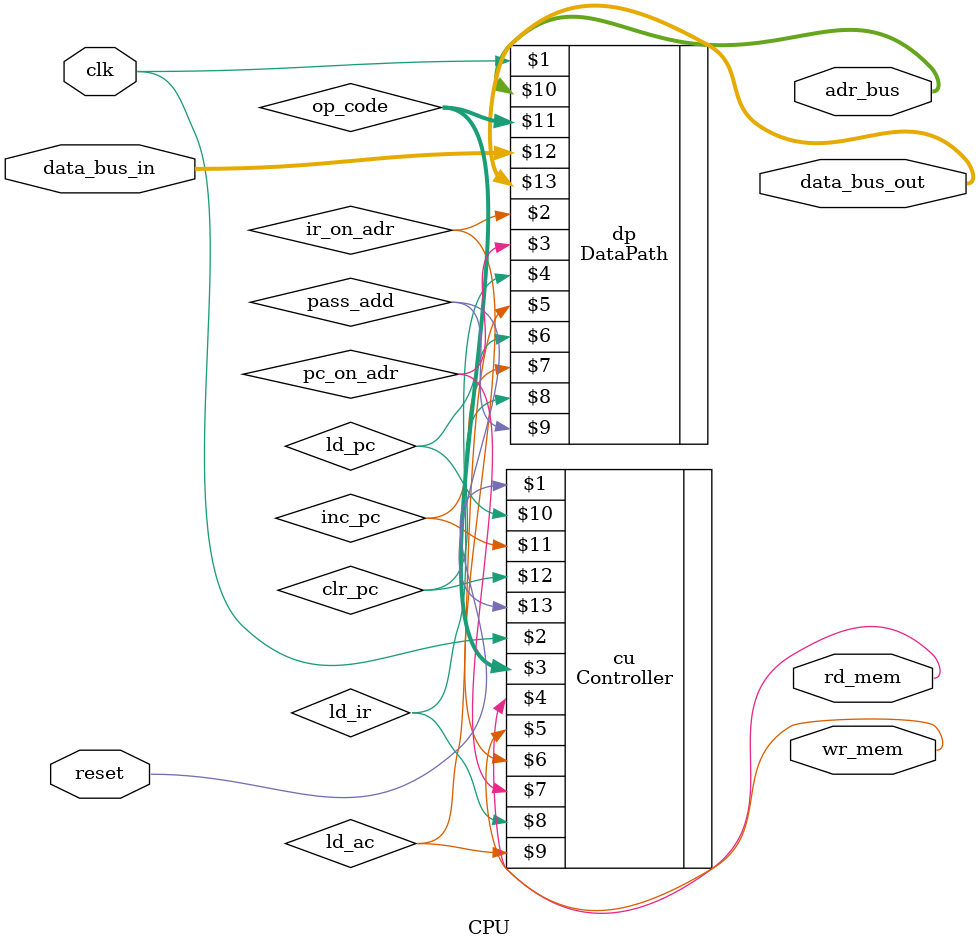
<source format=v>
module CPU (reset, clk, adr_bus, rd_mem, wr_mem, data_bus_in, data_bus_out);

input reset;
input clk;
input [7:0] data_bus_in;
output [5:0] adr_bus;
output rd_mem;
output wr_mem;
output [7:0]data_bus_out;
wire ir_on_adr, pc_on_adr, ld_ir, ld_ac, ld_pc, inc_pc, clr_pc, pass_add;
wire [1:0] op_code;

Controller cu (reset, clk, op_code, rd_mem, wr_mem, ir_on_adr, pc_on_adr,
				ld_ir,ld_ac, ld_pc, inc_pc, clr_pc, pass_add);
				
DataPath dp (clk, ir_on_adr, pc_on_adr, ld_ir, ld_ac, ld_pc, inc_pc, clr_pc, pass_add,
				adr_bus, op_code, data_bus_in, data_bus_out);

endmodule

</source>
